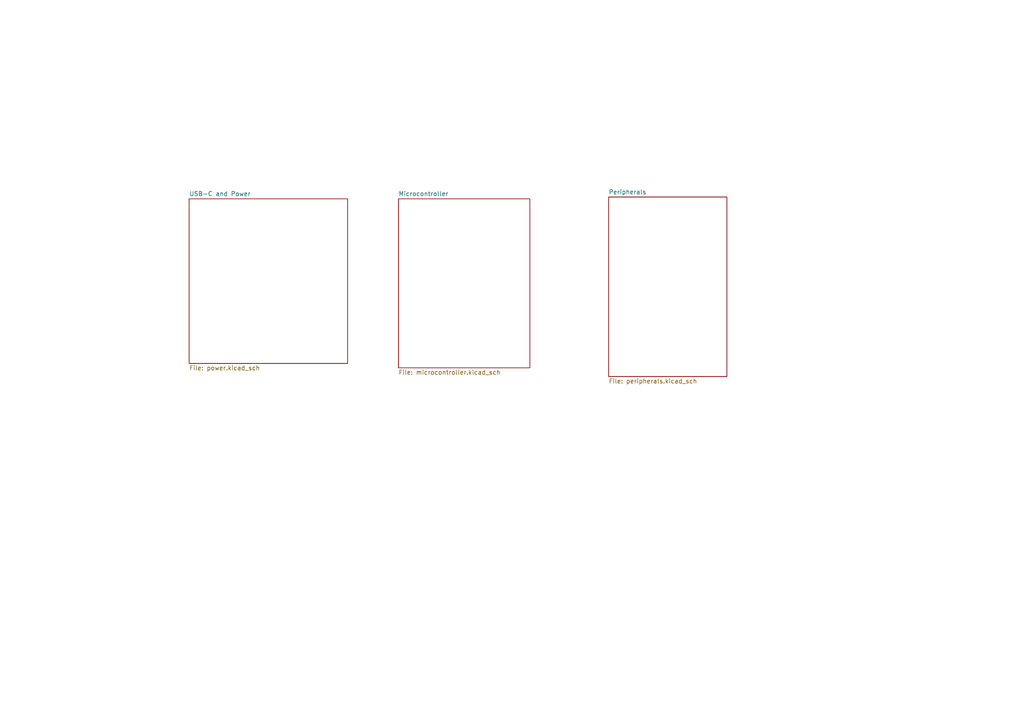
<source format=kicad_sch>
(kicad_sch
	(version 20250114)
	(generator "eeschema")
	(generator_version "9.0")
	(uuid "2c77a8ba-b277-4959-adec-d3fc778c7960")
	(paper "A4")
	(title_block
		(title "Pocket Caddy")
		(date "2025-09-25")
		(rev "0")
		(company "EE 333 - Electronic Systems Design")
		(comment 1 "B. Kuhn")
		(comment 2 "B. York")
	)
	(lib_symbols)
	(sheet
		(at 115.57 57.658)
		(size 38.1 49.022)
		(exclude_from_sim no)
		(in_bom yes)
		(on_board yes)
		(dnp no)
		(fields_autoplaced yes)
		(stroke
			(width 0.1524)
			(type solid)
		)
		(fill
			(color 0 0 0 0.0000)
		)
		(uuid "074c1045-79e0-43c6-be3e-f281747a43d1")
		(property "Sheetname" "Microcontroller"
			(at 115.57 56.9464 0)
			(effects
				(font
					(size 1.27 1.27)
				)
				(justify left bottom)
			)
		)
		(property "Sheetfile" "microcontroller.kicad_sch"
			(at 115.57 107.2646 0)
			(effects
				(font
					(size 1.27 1.27)
				)
				(justify left top)
			)
		)
		(instances
			(project "pocket-caddy"
				(path "/2c77a8ba-b277-4959-adec-d3fc778c7960"
					(page "3")
				)
			)
		)
	)
	(sheet
		(at 54.864 57.658)
		(size 45.974 47.752)
		(exclude_from_sim no)
		(in_bom yes)
		(on_board yes)
		(dnp no)
		(fields_autoplaced yes)
		(stroke
			(width 0.1524)
			(type solid)
		)
		(fill
			(color 0 0 0 0.0000)
		)
		(uuid "7763c5b3-a08f-479a-9f6f-ea394e6f7159")
		(property "Sheetname" "USB-C and Power"
			(at 54.864 56.9464 0)
			(effects
				(font
					(size 1.27 1.27)
				)
				(justify left bottom)
			)
		)
		(property "Sheetfile" "power.kicad_sch"
			(at 54.864 105.9946 0)
			(effects
				(font
					(size 1.27 1.27)
				)
				(justify left top)
			)
		)
		(instances
			(project "pocket-caddy"
				(path "/2c77a8ba-b277-4959-adec-d3fc778c7960"
					(page "2")
				)
			)
		)
	)
	(sheet
		(at 176.53 57.15)
		(size 34.29 52.07)
		(exclude_from_sim no)
		(in_bom yes)
		(on_board yes)
		(dnp no)
		(fields_autoplaced yes)
		(stroke
			(width 0.1524)
			(type solid)
		)
		(fill
			(color 0 0 0 0.0000)
		)
		(uuid "81382524-b053-4c3c-9e13-c8b314c52639")
		(property "Sheetname" "Peripherals"
			(at 176.53 56.4384 0)
			(effects
				(font
					(size 1.27 1.27)
				)
				(justify left bottom)
			)
		)
		(property "Sheetfile" "peripherals.kicad_sch"
			(at 176.53 109.8046 0)
			(effects
				(font
					(size 1.27 1.27)
				)
				(justify left top)
			)
		)
		(instances
			(project "pocket-caddy"
				(path "/2c77a8ba-b277-4959-adec-d3fc778c7960"
					(page "4")
				)
			)
		)
	)
	(sheet_instances
		(path "/"
			(page "1")
		)
	)
	(embedded_fonts no)
)

</source>
